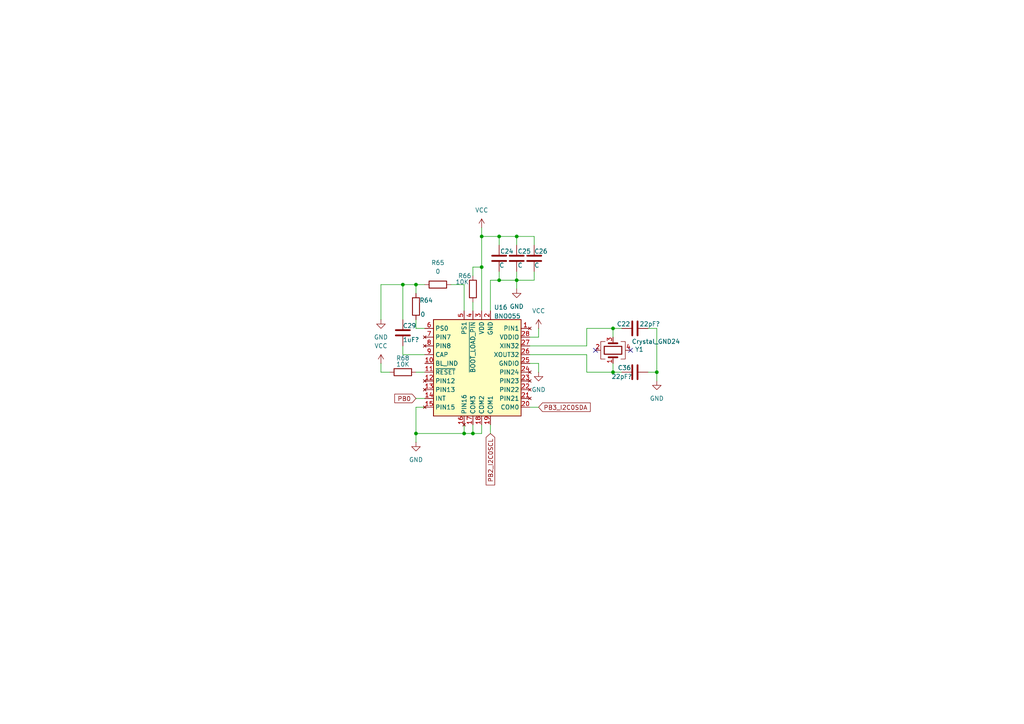
<source format=kicad_sch>
(kicad_sch (version 20250114) (generator "eeschema") (generator_version "9.0")
  (paper "A4")
  (lib_symbols
    (symbol "Device:C" (pin_numbers (hide yes)) (pin_names (offset 0.254))
      (property "Reference" "C" (at 0.635 2.54 0))
      (property "Value" "C" (at 0.635 -2.54 0))
      (symbol "C_0_1"
        (polyline (pts (xy -2.032 0.762) (xy 2.032 0.762)) (stroke (width 0.508)))
        (polyline (pts (xy -2.032 -0.762) (xy 2.032 -0.762)) (stroke (width 0.508)))
      )
      (symbol "C_1_1"
        (pin passive line (at 0 3.81 270) (length 2.794) (name "~") (number "1"))
        (pin passive line (at 0 -3.81 90) (length 2.794) (name "~") (number "2"))
      )
    )
    (symbol "Device:Crystal_GND24" (pin_names (offset 1.016) (hide yes))
      (property "Reference" "Y" (at 3.175 5.08 0))
      (property "Value" "Crystal_GND24" (at 3.175 3.175 0))
      (symbol "Crystal_GND24_0_1"
        (polyline (pts (xy -2.54 2.286) (xy -2.54 3.556) (xy 2.54 3.556) (xy 2.54 2.286)))
        (polyline (pts (xy -2.54 0) (xy -2.032 0)))
        (polyline (pts (xy -2.54 -2.286) (xy -2.54 -3.556) (xy 2.54 -3.556) (xy 2.54 -2.286)))
        (polyline (pts (xy -2.032 -1.27) (xy -2.032 1.27)) (stroke (width 0.508)))
        (rectangle (start -1.143 2.54) (end 1.143 -2.54) (stroke (width 0.3048)))
        (polyline (pts (xy 0 3.556) (xy 0 3.81)))
        (polyline (pts (xy 0 -3.81) (xy 0 -3.556)))
        (polyline (pts (xy 2.032 0) (xy 2.54 0)))
        (polyline (pts (xy 2.032 -1.27) (xy 2.032 1.27)) (stroke (width 0.508)))
      )
      (symbol "Crystal_GND24_1_1"
        (pin passive line (at -3.81 0 0) (length 1.27) (name "1") (number "1"))
        (pin passive line (at 0 5.08 270) (length 1.27) (name "2") (number "2"))
        (pin passive line (at 0 -5.08 90) (length 1.27) (name "4") (number "4"))
        (pin passive line (at 3.81 0 180) (length 1.27) (name "3") (number "3"))
      )
    )
    (symbol "Device:R" (pin_numbers (hide yes)) (pin_names (offset 0))
      (property "Reference" "R" (at 2.032 0 90))
      (property "Value" "R" (at 0 0 90))
      (symbol "R_0_1"
        (rectangle (start -1.016 -2.54) (end 1.016 2.54) (stroke (width 0.254)))
      )
      (symbol "R_1_1"
        (pin passive line (at 0 3.81 270) (length 1.27) (name "~") (number "1"))
        (pin passive line (at 0 -3.81 90) (length 1.27) (name "~") (number "2"))
      )
    )
    (symbol "Sensor_Motion:BNO055"
      (property "Reference" "U?" (at 5.588 17.272 0))
      (property "Value" "BNO055" (at 5.588 15.24 0))
      (symbol "BNO055_0_1"
        (rectangle (start -12.7 13.97) (end 12.7 -13.97) (stroke (width 0.254)) (fill (type background)))
      )
      (symbol "BNO055_1_1"
        (pin input line (at -15.24 11.43 0) (length 2.54) (name "PS0") (number "6"))
        (pin no_connect line (at -15.24 8.89 0) (length 2.54) (name "PIN7") (number "7"))
        (pin no_connect line (at -15.24 6.35 0) (length 2.54) (name "PIN8") (number "8"))
        (pin passive line (at -15.24 3.81 0) (length 2.54) (name "CAP") (number "9"))
        (pin output line (at -15.24 1.27 0) (length 2.54) (name "BL_IND") (number "10"))
        (pin input line (at -15.24 -1.27 0) (length 2.54) (name "~{RESET}") (number "11"))
        (pin no_connect line (at -15.24 -3.81 0) (length 2.54) (name "PIN12") (number "12"))
        (pin no_connect line (at -15.24 -6.35 0) (length 2.54) (name "PIN13") (number "13"))
        (pin output line (at -15.24 -8.89 0) (length 2.54) (name "INT") (number "14"))
        (pin no_connect line (at -15.24 -11.43 0) (length 2.54) (name "PIN15") (number "15"))
        (pin input line (at -3.81 16.51 270) (length 2.54) (name "PS1") (number "5"))
        (pin no_connect line (at -3.81 -16.51 90) (length 2.54) (name "PIN16") (number "16"))
        (pin input line (at -1.27 16.51 270) (length 2.54) (name "~{BOOT_LOAD_PIN}") (number "4"))
        (pin input line (at -1.27 -16.51 90) (length 2.54) (name "COM3") (number "17"))
        (pin power_in line (at 1.27 16.51 270) (length 2.54) (name "VDD") (number "3"))
        (pin passive line (at 1.27 -16.51 90) (length 2.54) (name "COM2") (number "18"))
        (pin power_in line (at 3.81 16.51 270) (length 2.54) (name "GND") (number "2"))
        (pin bidirectional line (at 3.81 -16.51 90) (length 2.54) (name "COM1") (number "19"))
        (pin no_connect line (at 15.24 11.43 180) (length 2.54) (name "PIN1") (number "1"))
        (pin power_in line (at 15.24 8.89 180) (length 2.54) (name "VDDIO") (number "28"))
        (pin input line (at 15.24 6.35 180) (length 2.54) (name "XIN32") (number "27"))
        (pin output line (at 15.24 3.81 180) (length 2.54) (name "XOUT32") (number "26"))
        (pin power_in line (at 15.24 1.27 180) (length 2.54) (name "GNDIO") (number "25"))
        (pin no_connect line (at 15.24 -1.27 180) (length 2.54) (name "PIN24") (number "24"))
        (pin no_connect line (at 15.24 -3.81 180) (length 2.54) (name "PIN23") (number "23"))
        (pin no_connect line (at 15.24 -6.35 180) (length 2.54) (name "PIN22") (number "22"))
        (pin no_connect line (at 15.24 -8.89 180) (length 2.54) (name "PIN21") (number "21"))
        (pin bidirectional line (at 15.24 -11.43 180) (length 2.54) (name "COM0") (number "20"))
      )
    )
    (symbol "power:GND" (power) (pin_numbers (hide yes)) (pin_names (offset 0) (hide yes))
      (property "Value" "GND" (at 0 -3.81 0))
      (symbol "GND_0_1"
        (polyline (pts (xy 0 0) (xy 0 -1.27) (xy 1.27 -1.27) (xy 0 -2.54) (xy -1.27 -1.27) (xy 0 -1.27)))
      )
      (symbol "GND_1_1"
        (pin power_in line (at 0 0 270) (length 0) (name "~") (number "1"))
      )
    )
    (symbol "power:VCC" (power) (pin_numbers (hide yes)) (pin_names (offset 0) (hide yes))
      (property "Value" "VCC" (at 0 3.556 0))
      (symbol "VCC_0_1"
        (polyline (pts (xy -0.762 1.27) (xy 0 2.54)))
        (polyline (pts (xy 0 2.54) (xy 0.762 1.27)))
        (polyline (pts (xy 0 0) (xy 0 2.54)))
      )
      (symbol "VCC_1_1"
        (pin power_in line (at 0 0 90) (length 0) (name "~") (number "1"))
      )
    )
  )
  (junction (at 177.8 95.25))
  (junction (at 144.78 68.58))
  (junction (at 116.84 82.55))
  (junction (at 134.62 125.73))
  (junction (at 149.86 68.58))
  (junction (at 139.7 77.47))
  (junction (at 149.86 81.28))
  (junction (at 120.65 125.73))
  (junction (at 177.8 107.95))
  (junction (at 144.78 81.28))
  (junction (at 139.7 68.58))
  (junction (at 137.16 125.73))
  (junction (at 190.5 107.95))
  (junction (at 120.65 82.55))
  (no_connect (at 182.88 101.6))
  (no_connect (at 172.72 101.6))
  (wire (pts (xy 120.65 115.57) (xy 123.19 115.57)))
  (wire (pts (xy 130.81 82.55) (xy 134.62 82.55)))
  (wire (pts (xy 139.7 77.47) (xy 139.7 90.17)))
  (wire (pts (xy 156.21 95.25) (xy 156.21 97.79)))
  (wire (pts (xy 170.18 107.95) (xy 177.8 107.95)))
  (wire (pts (xy 139.7 77.47) (xy 139.7 68.58)))
  (wire (pts (xy 137.16 77.47) (xy 137.16 80.01)))
  (wire (pts (xy 142.24 123.19) (xy 142.24 125.73)))
  (wire (pts (xy 177.8 107.95) (xy 180.34 107.95)))
  (wire (pts (xy 139.7 66.04) (xy 139.7 68.58)))
  (wire (pts (xy 190.5 107.95) (xy 190.5 110.49)))
  (wire (pts (xy 177.8 95.25) (xy 180.34 95.25)))
  (wire (pts (xy 144.78 78.74) (xy 144.78 81.28)))
  (wire (pts (xy 177.8 95.25) (xy 170.18 95.25)))
  (wire (pts (xy 116.84 100.33) (xy 116.84 102.87)))
  (wire (pts (xy 110.49 82.55) (xy 110.49 92.71)))
  (wire (pts (xy 187.96 95.25) (xy 190.5 95.25)))
  (wire (pts (xy 177.8 107.95) (xy 177.8 105.41)))
  (wire (pts (xy 113.03 107.95) (xy 110.49 107.95)))
  (wire (pts (xy 137.16 87.63) (xy 137.16 90.17)))
  (wire (pts (xy 154.94 78.74) (xy 154.94 81.28)))
  (wire (pts (xy 110.49 105.41) (xy 110.49 107.95)))
  (wire (pts (xy 116.84 82.55) (xy 110.49 82.55)))
  (wire (pts (xy 120.65 82.55) (xy 120.65 85.09)))
  (wire (pts (xy 153.67 102.87) (xy 170.18 102.87)))
  (wire (pts (xy 149.86 68.58) (xy 149.86 71.12)))
  (wire (pts (xy 156.21 105.41) (xy 156.21 107.95)))
  (wire (pts (xy 153.67 105.41) (xy 156.21 105.41)))
  (wire (pts (xy 137.16 77.47) (xy 139.7 77.47)))
  (wire (pts (xy 149.86 78.74) (xy 149.86 81.28)))
  (wire (pts (xy 144.78 71.12) (xy 144.78 68.58)))
  (wire (pts (xy 120.65 125.73) (xy 120.65 128.27)))
  (wire (pts (xy 144.78 68.58) (xy 149.86 68.58)))
  (wire (pts (xy 120.65 82.55) (xy 116.84 82.55)))
  (wire (pts (xy 139.7 68.58) (xy 144.78 68.58)))
  (wire (pts (xy 142.24 90.17) (xy 142.24 81.28)))
  (wire (pts (xy 123.19 102.87) (xy 116.84 102.87)))
  (wire (pts (xy 170.18 100.33) (xy 153.67 100.33)))
  (wire (pts (xy 170.18 102.87) (xy 170.18 107.95)))
  (wire (pts (xy 120.65 92.71) (xy 120.65 95.25)))
  (wire (pts (xy 177.8 97.79) (xy 177.8 95.25)))
  (wire (pts (xy 120.65 82.55) (xy 123.19 82.55)))
  (wire (pts (xy 153.67 118.11) (xy 156.21 118.11)))
  (wire (pts (xy 154.94 81.28) (xy 149.86 81.28)))
  (wire (pts (xy 137.16 125.73) (xy 137.16 123.19)))
  (wire (pts (xy 142.24 81.28) (xy 144.78 81.28)))
  (wire (pts (xy 153.67 97.79) (xy 156.21 97.79)))
  (wire (pts (xy 120.65 107.95) (xy 123.19 107.95)))
  (wire (pts (xy 139.7 123.19) (xy 139.7 125.73)))
  (wire (pts (xy 144.78 81.28) (xy 149.86 81.28)))
  (wire (pts (xy 154.94 71.12) (xy 154.94 68.58)))
  (wire (pts (xy 134.62 125.73) (xy 137.16 125.73)))
  (wire (pts (xy 149.86 81.28) (xy 149.86 83.82)))
  (wire (pts (xy 134.62 125.73) (xy 134.62 123.19)))
  (wire (pts (xy 139.7 125.73) (xy 137.16 125.73)))
  (wire (pts (xy 190.5 95.25) (xy 190.5 107.95)))
  (wire (pts (xy 170.18 95.25) (xy 170.18 100.33)))
  (wire (pts (xy 123.19 95.25) (xy 120.65 95.25)))
  (wire (pts (xy 120.65 118.11) (xy 120.65 125.73)))
  (wire (pts (xy 116.84 82.55) (xy 116.84 92.71)))
  (wire (pts (xy 134.62 82.55) (xy 134.62 90.17)))
  (wire (pts (xy 120.65 125.73) (xy 134.62 125.73)))
  (wire (pts (xy 190.5 107.95) (xy 187.96 107.95)))
  (wire (pts (xy 154.94 68.58) (xy 149.86 68.58)))
  (wire (pts (xy 123.19 118.11) (xy 120.65 118.11)))
  (global_label "PB3_I2C0SDA" (shape input) (at 156.21 118.11 0) (property "Intersheetrefs" "${INTERSHEET_REFS}" (effects (hide yes))))
  (global_label "PB0" (shape input) (at 120.65 115.57 180) (property "Intersheetrefs" "${INTERSHEET_REFS}" (effects (hide yes))))
  (global_label "PB2_I2C0SCL" (shape input) (at 142.24 125.73 270) (property "Intersheetrefs" "${INTERSHEET_REFS}" (effects (hide yes))))
  (symbol (lib_id "Device:C") (at 184.15 107.95 90) (unit 1)
    (property "Reference" "C36" (at 181.102 106.68 90))
    (property "Value" "22pF?" (at 180.34 109.22 90))
    (property "Description" "Unpolarized capacitor" (effects (hide yes)))
  )
  (symbol (lib_id "power:VCC") (at 156.21 95.25 0) (unit 1)
    (property "Reference" "#PWR0255" (effects (hide yes)))
    (property "Value" "VCC" (at 156.21 90.17 0))
    (property "Description" "Power symbol creates a global label with name \"VCC\"" (effects (hide yes)))
  )
  (symbol (lib_id "power:GND") (at 120.65 128.27 0) (unit 1)
    (property "Reference" "#PWR0250" (effects (hide yes)))
    (property "Value" "GND" (at 120.65 133.35 0))
    (property "Description" "Power symbol creates a global label with name \"GND\" , ground" (effects (hide yes)))
  )
  (symbol (lib_id "power:VCC") (at 139.7 66.04 0) (unit 1)
    (property "Reference" "#PWR0253" (effects (hide yes)))
    (property "Value" "VCC" (at 139.7 60.96 0))
    (property "Description" "Power symbol creates a global label with name \"VCC\"" (effects (hide yes)))
  )
  (symbol (lib_id "Device:R") (at 127 82.55 90) (unit 1)
    (property "Reference" "R65" (at 127 76.2 90))
    (property "Value" "0" (at 127 78.74 90))
    (property "Description" "Resistor" (effects (hide yes)))
  )
  (symbol (lib_id "Device:C") (at 149.86 74.93 0) (unit 1)
    (property "Reference" "C25" (at 150.114 72.898 0) (effects (justify left)))
    (property "Value" "C" (at 150.114 76.962 0) (effects (justify left)))
    (property "Description" "Unpolarized capacitor" (effects (hide yes)))
  )
  (symbol (lib_id "power:GND") (at 110.49 92.71 0) (unit 1)
    (property "Reference" "#PWR0252" (effects (hide yes)))
    (property "Value" "GND" (at 110.49 97.79 0))
    (property "Description" "Power symbol creates a global label with name \"GND\" , ground" (effects (hide yes)))
  )
  (symbol (lib_id "Device:R") (at 120.65 88.9 0) (unit 1)
    (property "Reference" "R64" (at 121.666 87.122 0) (effects (justify left)))
    (property "Value" "0" (at 121.92 91.186 0) (effects (justify left)))
    (property "Description" "Resistor" (effects (hide yes)))
  )
  (symbol (lib_id "Device:C") (at 144.78 74.93 0) (unit 1)
    (property "Reference" "C24" (at 145.034 72.898 0) (effects (justify left)))
    (property "Value" "C" (at 144.78 76.962 0) (effects (justify left)))
    (property "Description" "Unpolarized capacitor" (effects (hide yes)))
  )
  (symbol (lib_id "Device:R") (at 116.84 107.95 270) (unit 1)
    (property "Reference" "R68" (at 116.84 103.886 90))
    (property "Value" "10K" (at 116.84 105.664 90))
    (property "Description" "Resistor" (effects (hide yes)))
  )
  (symbol (lib_id "Device:Crystal_GND24") (at 177.8 101.6 90) (unit 1)
    (property "Reference" "Y1" (at 185.42 101.346 90))
    (property "Value" "Crystal_GND24" (at 190.246 99.06 90))
    (property "Description" "Four pin crystal, GND on pins 2 and 4" (effects (hide yes)))
  )
  (symbol (lib_id "power:GND") (at 149.86 83.82 0) (unit 1)
    (property "Reference" "#PWR0254" (effects (hide yes)))
    (property "Value" "GND" (at 149.86 88.9 0))
    (property "Description" "Power symbol creates a global label with name \"GND\" , ground" (effects (hide yes)))
  )
  (symbol (lib_id "power:GND") (at 190.5 110.49 0) (unit 1)
    (property "Reference" "#PWR0256" (effects (hide yes)))
    (property "Value" "GND" (at 190.5 115.57 0))
    (property "Description" "Power symbol creates a global label with name \"GND\" , ground" (effects (hide yes)))
  )
  (symbol (lib_id "Device:C") (at 154.94 74.93 0) (unit 1)
    (property "Reference" "C26" (at 154.94 72.898 0) (effects (justify left)))
    (property "Value" "C" (at 154.94 76.962 0) (effects (justify left)))
    (property "Description" "Unpolarized capacitor" (effects (hide yes)))
  )
  (symbol (lib_id "Device:R") (at 137.16 83.82 0) (unit 1)
    (property "Reference" "R66" (at 132.842 80.01 0) (effects (justify left)))
    (property "Value" "10K" (at 132.08 81.788 0) (effects (justify left)))
    (property "Description" "Resistor" (effects (hide yes)))
  )
  (symbol (lib_id "Sensor_Motion:BNO055") (at 138.43 106.68 0) (unit 1)
    (property "Reference" "U16" (at 143.256 89.154 0) (effects (justify left)))
    (property "Value" "BNO055" (at 143.256 91.694 0) (effects (justify left)))
    (property "Footprint" "Package_LGA:LGA-28_5.2x3.8mm_P0.5mm" (effects (hide yes)))
    (property "Datasheet" "https://www.bosch-sensortec.com/media/boschsensortec/downloads/datasheets/bst-bno055-ds000.pdf" (effects (hide yes)))
    (property "Description" "Intelligent 9-axis absolute orientation sensor, LGA-28" (effects (hide yes)))
  )
  (symbol (lib_id "Device:C") (at 184.15 95.25 90) (unit 1)
    (property "Reference" "C22" (at 180.848 93.98 90))
    (property "Value" "22pF?" (at 188.468 93.98 90))
    (property "Description" "Unpolarized capacitor" (effects (hide yes)))
  )
  (symbol (lib_id "power:GND") (at 156.21 107.95 0) (unit 1)
    (property "Reference" "#PWR0257" (effects (hide yes)))
    (property "Value" "GND" (at 156.21 113.03 0))
    (property "Description" "Power symbol creates a global label with name \"GND\" , ground" (effects (hide yes)))
  )
  (symbol (lib_id "Device:C") (at 116.84 96.52 0) (unit 1)
    (property "Reference" "C29" (at 116.84 94.488 0) (effects (justify left)))
    (property "Value" "1uF?" (at 116.84 98.552 0) (effects (justify left)))
    (property "Description" "Unpolarized capacitor" (effects (hide yes)))
  )
  (symbol (lib_id "power:VCC") (at 110.49 105.41 0) (unit 1)
    (property "Reference" "#PWR0251" (effects (hide yes)))
    (property "Value" "VCC" (at 110.49 100.33 0))
    (property "Description" "Power symbol creates a global label with name \"VCC\"" (effects (hide yes)))
  )
)
</source>
